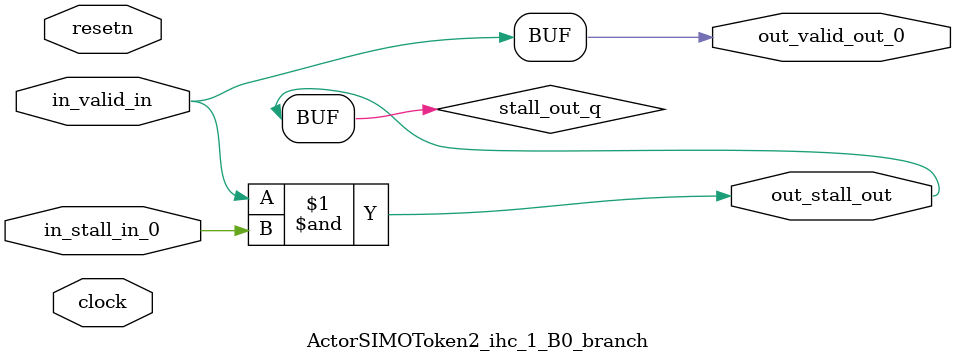
<source format=sv>



(* altera_attribute = "-name AUTO_SHIFT_REGISTER_RECOGNITION OFF; -name MESSAGE_DISABLE 10036; -name MESSAGE_DISABLE 10037; -name MESSAGE_DISABLE 14130; -name MESSAGE_DISABLE 14320; -name MESSAGE_DISABLE 15400; -name MESSAGE_DISABLE 14130; -name MESSAGE_DISABLE 10036; -name MESSAGE_DISABLE 12020; -name MESSAGE_DISABLE 12030; -name MESSAGE_DISABLE 12010; -name MESSAGE_DISABLE 12110; -name MESSAGE_DISABLE 14320; -name MESSAGE_DISABLE 13410; -name MESSAGE_DISABLE 113007; -name MESSAGE_DISABLE 10958" *)
module ActorSIMOToken2_ihc_1_B0_branch (
    input wire [0:0] in_stall_in_0,
    input wire [0:0] in_valid_in,
    output wire [0:0] out_stall_out,
    output wire [0:0] out_valid_out_0,
    input wire clock,
    input wire resetn
    );

    wire [0:0] stall_out_q;


    // stall_out(LOGICAL,6)
    assign stall_out_q = in_valid_in & in_stall_in_0;

    // out_stall_out(GPOUT,4)
    assign out_stall_out = stall_out_q;

    // out_valid_out_0(GPOUT,5)
    assign out_valid_out_0 = in_valid_in;

endmodule

</source>
